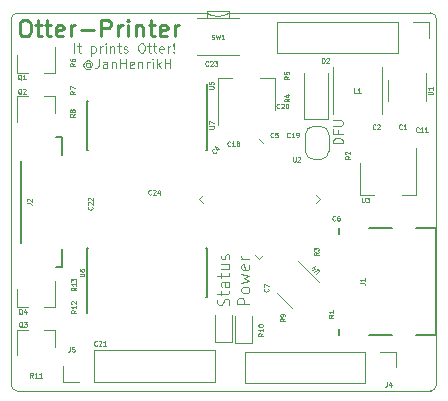
<source format=gto>
%TF.GenerationSoftware,KiCad,Pcbnew,(6.0.0-rc1-dev-1-g01c5bdfb8)*%
%TF.CreationDate,2019-02-27T15:48:14+01:00*%
%TF.ProjectId,printer-otter,7072696E7465722D6F747465722E6B69,rev?*%
%TF.SameCoordinates,Original*%
%TF.FileFunction,Legend,Top*%
%TF.FilePolarity,Positive*%
%FSLAX46Y46*%
G04 Gerber Fmt 4.6, Leading zero omitted, Abs format (unit mm)*
G04 Created by KiCad (PCBNEW (6.0.0-rc1-dev-1-g01c5bdfb8)) date Wed Feb 27 15:48:14 2019*
%MOMM*%
%LPD*%
G01*
G04 APERTURE LIST*
%ADD10C,0.100000*%
%ADD11C,0.250000*%
%ADD12C,0.150000*%
%ADD13C,0.120000*%
G04 APERTURE END LIST*
D10*
X128061904Y-111021428D02*
X127261904Y-111021428D01*
X127261904Y-110830952D01*
X127300000Y-110716666D01*
X127376190Y-110640476D01*
X127452380Y-110602380D01*
X127604761Y-110564285D01*
X127719047Y-110564285D01*
X127871428Y-110602380D01*
X127947619Y-110640476D01*
X128023809Y-110716666D01*
X128061904Y-110830952D01*
X128061904Y-111021428D01*
X127642857Y-109954761D02*
X127642857Y-110221428D01*
X128061904Y-110221428D02*
X127261904Y-110221428D01*
X127261904Y-109840476D01*
X127261904Y-109535714D02*
X127909523Y-109535714D01*
X127985714Y-109497619D01*
X128023809Y-109459523D01*
X128061904Y-109383333D01*
X128061904Y-109230952D01*
X128023809Y-109154761D01*
X127985714Y-109116666D01*
X127909523Y-109078571D01*
X127261904Y-109078571D01*
X106638095Y-104280952D02*
X106600000Y-104242857D01*
X106523809Y-104204761D01*
X106447619Y-104204761D01*
X106371428Y-104242857D01*
X106333333Y-104280952D01*
X106295238Y-104357142D01*
X106295238Y-104433333D01*
X106333333Y-104509523D01*
X106371428Y-104547619D01*
X106447619Y-104585714D01*
X106523809Y-104585714D01*
X106600000Y-104547619D01*
X106638095Y-104509523D01*
X106638095Y-104204761D02*
X106638095Y-104509523D01*
X106676190Y-104547619D01*
X106714285Y-104547619D01*
X106790476Y-104509523D01*
X106828571Y-104433333D01*
X106828571Y-104242857D01*
X106752380Y-104128571D01*
X106638095Y-104052380D01*
X106485714Y-104014285D01*
X106333333Y-104052380D01*
X106219047Y-104128571D01*
X106142857Y-104242857D01*
X106104761Y-104395238D01*
X106142857Y-104547619D01*
X106219047Y-104661904D01*
X106333333Y-104738095D01*
X106485714Y-104776190D01*
X106638095Y-104738095D01*
X106752380Y-104661904D01*
X107400000Y-103861904D02*
X107400000Y-104433333D01*
X107361904Y-104547619D01*
X107285714Y-104623809D01*
X107171428Y-104661904D01*
X107095238Y-104661904D01*
X108123809Y-104661904D02*
X108123809Y-104242857D01*
X108085714Y-104166666D01*
X108009523Y-104128571D01*
X107857142Y-104128571D01*
X107780952Y-104166666D01*
X108123809Y-104623809D02*
X108047619Y-104661904D01*
X107857142Y-104661904D01*
X107780952Y-104623809D01*
X107742857Y-104547619D01*
X107742857Y-104471428D01*
X107780952Y-104395238D01*
X107857142Y-104357142D01*
X108047619Y-104357142D01*
X108123809Y-104319047D01*
X108504761Y-104128571D02*
X108504761Y-104661904D01*
X108504761Y-104204761D02*
X108542857Y-104166666D01*
X108619047Y-104128571D01*
X108733333Y-104128571D01*
X108809523Y-104166666D01*
X108847619Y-104242857D01*
X108847619Y-104661904D01*
X109228571Y-104661904D02*
X109228571Y-103861904D01*
X109228571Y-104242857D02*
X109685714Y-104242857D01*
X109685714Y-104661904D02*
X109685714Y-103861904D01*
X110371428Y-104623809D02*
X110295238Y-104661904D01*
X110142857Y-104661904D01*
X110066666Y-104623809D01*
X110028571Y-104547619D01*
X110028571Y-104242857D01*
X110066666Y-104166666D01*
X110142857Y-104128571D01*
X110295238Y-104128571D01*
X110371428Y-104166666D01*
X110409523Y-104242857D01*
X110409523Y-104319047D01*
X110028571Y-104395238D01*
X110752380Y-104128571D02*
X110752380Y-104661904D01*
X110752380Y-104204761D02*
X110790476Y-104166666D01*
X110866666Y-104128571D01*
X110980952Y-104128571D01*
X111057142Y-104166666D01*
X111095238Y-104242857D01*
X111095238Y-104661904D01*
X111476190Y-104661904D02*
X111476190Y-104128571D01*
X111476190Y-104280952D02*
X111514285Y-104204761D01*
X111552380Y-104166666D01*
X111628571Y-104128571D01*
X111704761Y-104128571D01*
X111971428Y-104661904D02*
X111971428Y-104128571D01*
X111971428Y-103861904D02*
X111933333Y-103900000D01*
X111971428Y-103938095D01*
X112009523Y-103900000D01*
X111971428Y-103861904D01*
X111971428Y-103938095D01*
X112352380Y-104661904D02*
X112352380Y-103861904D01*
X112428571Y-104357142D02*
X112657142Y-104661904D01*
X112657142Y-104128571D02*
X112352380Y-104433333D01*
X113000000Y-104661904D02*
X113000000Y-103861904D01*
X113000000Y-104242857D02*
X113457142Y-104242857D01*
X113457142Y-104661904D02*
X113457142Y-103861904D01*
X105325476Y-103361904D02*
X105325476Y-102561904D01*
X105592142Y-102828571D02*
X105896904Y-102828571D01*
X105706428Y-102561904D02*
X105706428Y-103247619D01*
X105744523Y-103323809D01*
X105820714Y-103361904D01*
X105896904Y-103361904D01*
X106773095Y-102828571D02*
X106773095Y-103628571D01*
X106773095Y-102866666D02*
X106849285Y-102828571D01*
X107001666Y-102828571D01*
X107077857Y-102866666D01*
X107115952Y-102904761D01*
X107154047Y-102980952D01*
X107154047Y-103209523D01*
X107115952Y-103285714D01*
X107077857Y-103323809D01*
X107001666Y-103361904D01*
X106849285Y-103361904D01*
X106773095Y-103323809D01*
X107496904Y-103361904D02*
X107496904Y-102828571D01*
X107496904Y-102980952D02*
X107535000Y-102904761D01*
X107573095Y-102866666D01*
X107649285Y-102828571D01*
X107725476Y-102828571D01*
X107992142Y-103361904D02*
X107992142Y-102828571D01*
X107992142Y-102561904D02*
X107954047Y-102600000D01*
X107992142Y-102638095D01*
X108030238Y-102600000D01*
X107992142Y-102561904D01*
X107992142Y-102638095D01*
X108373095Y-102828571D02*
X108373095Y-103361904D01*
X108373095Y-102904761D02*
X108411190Y-102866666D01*
X108487380Y-102828571D01*
X108601666Y-102828571D01*
X108677857Y-102866666D01*
X108715952Y-102942857D01*
X108715952Y-103361904D01*
X108982619Y-102828571D02*
X109287380Y-102828571D01*
X109096904Y-102561904D02*
X109096904Y-103247619D01*
X109135000Y-103323809D01*
X109211190Y-103361904D01*
X109287380Y-103361904D01*
X109515952Y-103323809D02*
X109592142Y-103361904D01*
X109744523Y-103361904D01*
X109820714Y-103323809D01*
X109858809Y-103247619D01*
X109858809Y-103209523D01*
X109820714Y-103133333D01*
X109744523Y-103095238D01*
X109630238Y-103095238D01*
X109554047Y-103057142D01*
X109515952Y-102980952D01*
X109515952Y-102942857D01*
X109554047Y-102866666D01*
X109630238Y-102828571D01*
X109744523Y-102828571D01*
X109820714Y-102866666D01*
X110963571Y-102561904D02*
X111115952Y-102561904D01*
X111192142Y-102600000D01*
X111268333Y-102676190D01*
X111306428Y-102828571D01*
X111306428Y-103095238D01*
X111268333Y-103247619D01*
X111192142Y-103323809D01*
X111115952Y-103361904D01*
X110963571Y-103361904D01*
X110887380Y-103323809D01*
X110811190Y-103247619D01*
X110773095Y-103095238D01*
X110773095Y-102828571D01*
X110811190Y-102676190D01*
X110887380Y-102600000D01*
X110963571Y-102561904D01*
X111535000Y-102828571D02*
X111839761Y-102828571D01*
X111649285Y-102561904D02*
X111649285Y-103247619D01*
X111687380Y-103323809D01*
X111763571Y-103361904D01*
X111839761Y-103361904D01*
X111992142Y-102828571D02*
X112296904Y-102828571D01*
X112106428Y-102561904D02*
X112106428Y-103247619D01*
X112144523Y-103323809D01*
X112220714Y-103361904D01*
X112296904Y-103361904D01*
X112868333Y-103323809D02*
X112792142Y-103361904D01*
X112639761Y-103361904D01*
X112563571Y-103323809D01*
X112525476Y-103247619D01*
X112525476Y-102942857D01*
X112563571Y-102866666D01*
X112639761Y-102828571D01*
X112792142Y-102828571D01*
X112868333Y-102866666D01*
X112906428Y-102942857D01*
X112906428Y-103019047D01*
X112525476Y-103095238D01*
X113249285Y-103361904D02*
X113249285Y-102828571D01*
X113249285Y-102980952D02*
X113287380Y-102904761D01*
X113325476Y-102866666D01*
X113401666Y-102828571D01*
X113477857Y-102828571D01*
X113744523Y-103285714D02*
X113782619Y-103323809D01*
X113744523Y-103361904D01*
X113706428Y-103323809D01*
X113744523Y-103285714D01*
X113744523Y-103361904D01*
X113744523Y-103057142D02*
X113706428Y-102600000D01*
X113744523Y-102561904D01*
X113782619Y-102600000D01*
X113744523Y-103057142D01*
X113744523Y-102561904D01*
D11*
X101033333Y-100583333D02*
X101300000Y-100583333D01*
X101433333Y-100650000D01*
X101566666Y-100783333D01*
X101633333Y-101050000D01*
X101633333Y-101516666D01*
X101566666Y-101783333D01*
X101433333Y-101916666D01*
X101300000Y-101983333D01*
X101033333Y-101983333D01*
X100900000Y-101916666D01*
X100766666Y-101783333D01*
X100700000Y-101516666D01*
X100700000Y-101050000D01*
X100766666Y-100783333D01*
X100900000Y-100650000D01*
X101033333Y-100583333D01*
X102033333Y-101050000D02*
X102566666Y-101050000D01*
X102233333Y-100583333D02*
X102233333Y-101783333D01*
X102300000Y-101916666D01*
X102433333Y-101983333D01*
X102566666Y-101983333D01*
X102833333Y-101050000D02*
X103366666Y-101050000D01*
X103033333Y-100583333D02*
X103033333Y-101783333D01*
X103100000Y-101916666D01*
X103233333Y-101983333D01*
X103366666Y-101983333D01*
X104366666Y-101916666D02*
X104233333Y-101983333D01*
X103966666Y-101983333D01*
X103833333Y-101916666D01*
X103766666Y-101783333D01*
X103766666Y-101250000D01*
X103833333Y-101116666D01*
X103966666Y-101050000D01*
X104233333Y-101050000D01*
X104366666Y-101116666D01*
X104433333Y-101250000D01*
X104433333Y-101383333D01*
X103766666Y-101516666D01*
X105033333Y-101983333D02*
X105033333Y-101050000D01*
X105033333Y-101316666D02*
X105100000Y-101183333D01*
X105166666Y-101116666D01*
X105300000Y-101050000D01*
X105433333Y-101050000D01*
X105900000Y-101450000D02*
X106966666Y-101450000D01*
X107633333Y-101983333D02*
X107633333Y-100583333D01*
X108166666Y-100583333D01*
X108300000Y-100650000D01*
X108366666Y-100716666D01*
X108433333Y-100850000D01*
X108433333Y-101050000D01*
X108366666Y-101183333D01*
X108300000Y-101250000D01*
X108166666Y-101316666D01*
X107633333Y-101316666D01*
X109033333Y-101983333D02*
X109033333Y-101050000D01*
X109033333Y-101316666D02*
X109100000Y-101183333D01*
X109166666Y-101116666D01*
X109300000Y-101050000D01*
X109433333Y-101050000D01*
X109900000Y-101983333D02*
X109900000Y-101050000D01*
X109900000Y-100583333D02*
X109833333Y-100650000D01*
X109900000Y-100716666D01*
X109966666Y-100650000D01*
X109900000Y-100583333D01*
X109900000Y-100716666D01*
X110566666Y-101050000D02*
X110566666Y-101983333D01*
X110566666Y-101183333D02*
X110633333Y-101116666D01*
X110766666Y-101050000D01*
X110966666Y-101050000D01*
X111100000Y-101116666D01*
X111166666Y-101250000D01*
X111166666Y-101983333D01*
X111633333Y-101050000D02*
X112166666Y-101050000D01*
X111833333Y-100583333D02*
X111833333Y-101783333D01*
X111900000Y-101916666D01*
X112033333Y-101983333D01*
X112166666Y-101983333D01*
X113166666Y-101916666D02*
X113033333Y-101983333D01*
X112766666Y-101983333D01*
X112633333Y-101916666D01*
X112566666Y-101783333D01*
X112566666Y-101250000D01*
X112633333Y-101116666D01*
X112766666Y-101050000D01*
X113033333Y-101050000D01*
X113166666Y-101116666D01*
X113233333Y-101250000D01*
X113233333Y-101383333D01*
X112566666Y-101516666D01*
X113833333Y-101983333D02*
X113833333Y-101050000D01*
X113833333Y-101316666D02*
X113900000Y-101183333D01*
X113966666Y-101116666D01*
X114100000Y-101050000D01*
X114233333Y-101050000D01*
D10*
X120152380Y-124676190D02*
X119152380Y-124676190D01*
X119152380Y-124295238D01*
X119200000Y-124200000D01*
X119247619Y-124152380D01*
X119342857Y-124104761D01*
X119485714Y-124104761D01*
X119580952Y-124152380D01*
X119628571Y-124200000D01*
X119676190Y-124295238D01*
X119676190Y-124676190D01*
X120152380Y-123533333D02*
X120104761Y-123628571D01*
X120057142Y-123676190D01*
X119961904Y-123723809D01*
X119676190Y-123723809D01*
X119580952Y-123676190D01*
X119533333Y-123628571D01*
X119485714Y-123533333D01*
X119485714Y-123390476D01*
X119533333Y-123295238D01*
X119580952Y-123247619D01*
X119676190Y-123200000D01*
X119961904Y-123200000D01*
X120057142Y-123247619D01*
X120104761Y-123295238D01*
X120152380Y-123390476D01*
X120152380Y-123533333D01*
X119485714Y-122866666D02*
X120152380Y-122676190D01*
X119676190Y-122485714D01*
X120152380Y-122295238D01*
X119485714Y-122104761D01*
X120104761Y-121342857D02*
X120152380Y-121438095D01*
X120152380Y-121628571D01*
X120104761Y-121723809D01*
X120009523Y-121771428D01*
X119628571Y-121771428D01*
X119533333Y-121723809D01*
X119485714Y-121628571D01*
X119485714Y-121438095D01*
X119533333Y-121342857D01*
X119628571Y-121295238D01*
X119723809Y-121295238D01*
X119819047Y-121771428D01*
X120152380Y-120866666D02*
X119485714Y-120866666D01*
X119676190Y-120866666D02*
X119580952Y-120819047D01*
X119533333Y-120771428D01*
X119485714Y-120676190D01*
X119485714Y-120580952D01*
X118404761Y-124766666D02*
X118452380Y-124623809D01*
X118452380Y-124385714D01*
X118404761Y-124290476D01*
X118357142Y-124242857D01*
X118261904Y-124195238D01*
X118166666Y-124195238D01*
X118071428Y-124242857D01*
X118023809Y-124290476D01*
X117976190Y-124385714D01*
X117928571Y-124576190D01*
X117880952Y-124671428D01*
X117833333Y-124719047D01*
X117738095Y-124766666D01*
X117642857Y-124766666D01*
X117547619Y-124719047D01*
X117500000Y-124671428D01*
X117452380Y-124576190D01*
X117452380Y-124338095D01*
X117500000Y-124195238D01*
X117785714Y-123909523D02*
X117785714Y-123528571D01*
X117452380Y-123766666D02*
X118309523Y-123766666D01*
X118404761Y-123719047D01*
X118452380Y-123623809D01*
X118452380Y-123528571D01*
X118452380Y-122766666D02*
X117928571Y-122766666D01*
X117833333Y-122814285D01*
X117785714Y-122909523D01*
X117785714Y-123100000D01*
X117833333Y-123195238D01*
X118404761Y-122766666D02*
X118452380Y-122861904D01*
X118452380Y-123100000D01*
X118404761Y-123195238D01*
X118309523Y-123242857D01*
X118214285Y-123242857D01*
X118119047Y-123195238D01*
X118071428Y-123100000D01*
X118071428Y-122861904D01*
X118023809Y-122766666D01*
X117785714Y-122433333D02*
X117785714Y-122052380D01*
X117452380Y-122290476D02*
X118309523Y-122290476D01*
X118404761Y-122242857D01*
X118452380Y-122147619D01*
X118452380Y-122052380D01*
X117785714Y-121290476D02*
X118452380Y-121290476D01*
X117785714Y-121719047D02*
X118309523Y-121719047D01*
X118404761Y-121671428D01*
X118452380Y-121576190D01*
X118452380Y-121433333D01*
X118404761Y-121338095D01*
X118357142Y-121290476D01*
X118404761Y-120861904D02*
X118452380Y-120766666D01*
X118452380Y-120576190D01*
X118404761Y-120480952D01*
X118309523Y-120433333D01*
X118261904Y-120433333D01*
X118166666Y-120480952D01*
X118119047Y-120576190D01*
X118119047Y-120719047D01*
X118071428Y-120814285D01*
X117976190Y-120861904D01*
X117928571Y-120861904D01*
X117833333Y-120814285D01*
X117785714Y-120719047D01*
X117785714Y-120576190D01*
X117833333Y-120480952D01*
X100000000Y-100500000D02*
G75*
G02X100500000Y-100000000I500000J0D01*
G01*
X100500000Y-132000000D02*
G75*
G02X100000000Y-131500000I0J500000D01*
G01*
X136000000Y-131500000D02*
G75*
G02X135500000Y-132000000I-500000J0D01*
G01*
X135500000Y-100000000D02*
G75*
G02X136000000Y-100500000I0J-500000D01*
G01*
X135500000Y-100000000D02*
X118500000Y-100000000D01*
X136000000Y-131500000D02*
X136000000Y-100500000D01*
X100500000Y-132000000D02*
X135500000Y-132000000D01*
X100000000Y-100500000D02*
X100000000Y-131500000D01*
X104500000Y-100000000D02*
X100500000Y-100000000D01*
X107000000Y-100000000D02*
X104500000Y-100000000D01*
X110000000Y-100000000D02*
X112500000Y-100000000D01*
X113000000Y-100000000D02*
X112500000Y-100000000D01*
X116500000Y-100000000D02*
X116000000Y-100000000D01*
X110000000Y-100000000D02*
X107000000Y-100000000D01*
X116000000Y-100000000D02*
X113000000Y-100000000D01*
X118499999Y-99999999D02*
G75*
G02X116500000Y-100000000I-1000000J1499998D01*
G01*
D12*
X106450000Y-124075000D02*
X106450000Y-125450000D01*
X116575000Y-124075000D02*
X116575000Y-119925000D01*
X106425000Y-124075000D02*
X106425000Y-119925000D01*
X116575000Y-124075000D02*
X116470000Y-124075000D01*
X116575000Y-119925000D02*
X116470000Y-119925000D01*
X106425000Y-119925000D02*
X106530000Y-119925000D01*
X106425000Y-124075000D02*
X106450000Y-124075000D01*
X116575000Y-107425000D02*
X116550000Y-107425000D01*
X116575000Y-111575000D02*
X116470000Y-111575000D01*
X106425000Y-111575000D02*
X106530000Y-111575000D01*
X106425000Y-107425000D02*
X106530000Y-107425000D01*
X116575000Y-107425000D02*
X116575000Y-111575000D01*
X106425000Y-107425000D02*
X106425000Y-111575000D01*
X116550000Y-107425000D02*
X116550000Y-106050000D01*
D13*
X100520000Y-105060000D02*
X100520000Y-103600000D01*
X103680000Y-105060000D02*
X103680000Y-102900000D01*
X103680000Y-105060000D02*
X102750000Y-105060000D01*
X100520000Y-105060000D02*
X101450000Y-105060000D01*
X124800000Y-108950000D02*
X124800000Y-105050000D01*
X126800000Y-108950000D02*
X126800000Y-105050000D01*
X124800000Y-108950000D02*
X126800000Y-108950000D01*
D12*
X127750000Y-118750000D02*
X127750000Y-118250000D01*
X127750000Y-127250000D02*
X127750000Y-126750000D01*
X130250000Y-127250000D02*
X132250000Y-127250000D01*
X132250000Y-118250000D02*
X130250000Y-118250000D01*
X134250000Y-118250000D02*
X135945000Y-118250000D01*
X135945000Y-127250000D02*
X134250000Y-127250000D01*
X135945000Y-118250000D02*
X135945000Y-127250000D01*
D13*
X135330000Y-100770000D02*
X135330000Y-102100000D01*
X134000000Y-100770000D02*
X135330000Y-100770000D01*
X132730000Y-100770000D02*
X132730000Y-103430000D01*
X132730000Y-103430000D02*
X122510000Y-103430000D01*
X132730000Y-100770000D02*
X122510000Y-100770000D01*
X122510000Y-100770000D02*
X122510000Y-103430000D01*
X132580000Y-128670000D02*
X132580000Y-130000000D01*
X131250000Y-128670000D02*
X132580000Y-128670000D01*
X129980000Y-128670000D02*
X129980000Y-131330000D01*
X129980000Y-131330000D02*
X119760000Y-131330000D01*
X129980000Y-128670000D02*
X119760000Y-128670000D01*
X119760000Y-128670000D02*
X119760000Y-131330000D01*
X104420000Y-131230000D02*
X104420000Y-129900000D01*
X105750000Y-131230000D02*
X104420000Y-131230000D01*
X107020000Y-131230000D02*
X107020000Y-128570000D01*
X107020000Y-128570000D02*
X117240000Y-128570000D01*
X107020000Y-131230000D02*
X117240000Y-131230000D01*
X117240000Y-131230000D02*
X117240000Y-128570000D01*
X115750000Y-100450000D02*
X119250000Y-100450000D01*
X119250000Y-103550000D02*
X115750000Y-103550000D01*
X118450000Y-99800000D02*
X118450000Y-100450000D01*
X116550000Y-99800000D02*
X118450000Y-99800000D01*
X116550000Y-100450000D02*
X116550000Y-99800000D01*
X131400000Y-108600000D02*
X131400000Y-104600000D01*
X127200000Y-108600000D02*
X127200000Y-104600000D01*
X126900000Y-110300000D02*
X126900000Y-111700000D01*
X126200000Y-112400000D02*
X125600000Y-112400000D01*
X124900000Y-111700000D02*
X124900000Y-110300000D01*
X125600000Y-109600000D02*
X126200000Y-109600000D01*
X126200000Y-109600000D02*
G75*
G02X126900000Y-110300000I0J-700000D01*
G01*
X124900000Y-110300000D02*
G75*
G02X125600000Y-109600000I700000J0D01*
G01*
X125600000Y-112400000D02*
G75*
G02X124900000Y-111700000I0J700000D01*
G01*
X126900000Y-111700000D02*
G75*
G02X126200000Y-112400000I-700000J0D01*
G01*
X120419465Y-127907756D02*
X120419465Y-125622756D01*
X118949465Y-127907756D02*
X120419465Y-127907756D01*
X118949465Y-125622756D02*
X118949465Y-127907756D01*
X118719463Y-127895257D02*
X118719463Y-125610257D01*
X117249463Y-127895257D02*
X118719463Y-127895257D01*
X117249463Y-125610257D02*
X117249463Y-127895257D01*
X121335876Y-110980565D02*
X121000000Y-110644689D01*
X121000000Y-120855311D02*
X121335876Y-120519435D01*
X120664124Y-120519435D02*
X121000000Y-120855311D01*
X115894689Y-115750000D02*
X116230565Y-115414124D01*
X116230565Y-116085876D02*
X115894689Y-115750000D01*
X126105311Y-115750000D02*
X125769435Y-116085876D01*
X125769435Y-115414124D02*
X126105311Y-115750000D01*
X103680000Y-107040000D02*
X103680000Y-108500000D01*
X100520000Y-107040000D02*
X100520000Y-109200000D01*
X100520000Y-107040000D02*
X101450000Y-107040000D01*
X103680000Y-107040000D02*
X102750000Y-107040000D01*
X103680000Y-126840000D02*
X103680000Y-128300000D01*
X100520000Y-126840000D02*
X100520000Y-129000000D01*
X100520000Y-126840000D02*
X101450000Y-126840000D01*
X103680000Y-126840000D02*
X102750000Y-126840000D01*
X100520000Y-124860000D02*
X100520000Y-123400000D01*
X103680000Y-124860000D02*
X103680000Y-122700000D01*
X103680000Y-124860000D02*
X102750000Y-124860000D01*
X100520000Y-124860000D02*
X101450000Y-124860000D01*
X135110000Y-107500000D02*
X135110000Y-105050000D01*
X131890000Y-105700000D02*
X131890000Y-107500000D01*
X126024838Y-122747954D02*
X124292426Y-121015543D01*
X122475162Y-123752046D02*
X123747954Y-125024838D01*
X134300000Y-115430000D02*
X133100000Y-115430000D01*
X134300000Y-111430000D02*
X134300000Y-115430000D01*
X129500000Y-115430000D02*
X129500000Y-112730000D01*
X130700000Y-115430000D02*
X129500000Y-115430000D01*
X117500000Y-105486500D02*
X118700000Y-105486500D01*
X117500000Y-109486500D02*
X117500000Y-105486500D01*
X122300000Y-105486500D02*
X122300000Y-108186500D01*
X121100000Y-105486500D02*
X122300000Y-105486500D01*
D12*
X104300000Y-120000000D02*
X104300000Y-121500000D01*
X104300000Y-121500000D02*
X103800000Y-121500000D01*
X104300000Y-112000000D02*
X104300000Y-110500000D01*
X104300000Y-110500000D02*
X103800000Y-110500000D01*
X100800000Y-112500000D02*
X100800000Y-119500000D01*
D10*
X105780952Y-122304761D02*
X106104761Y-122304761D01*
X106142857Y-122285714D01*
X106161904Y-122266666D01*
X106180952Y-122228571D01*
X106180952Y-122152380D01*
X106161904Y-122114285D01*
X106142857Y-122095238D01*
X106104761Y-122076190D01*
X105780952Y-122076190D01*
X105780952Y-121714285D02*
X105780952Y-121790476D01*
X105800000Y-121828571D01*
X105819047Y-121847619D01*
X105876190Y-121885714D01*
X105952380Y-121904761D01*
X106104761Y-121904761D01*
X106142857Y-121885714D01*
X106161904Y-121866666D01*
X106180952Y-121828571D01*
X106180952Y-121752380D01*
X106161904Y-121714285D01*
X106142857Y-121695238D01*
X106104761Y-121676190D01*
X106009523Y-121676190D01*
X105971428Y-121695238D01*
X105952380Y-121714285D01*
X105933333Y-121752380D01*
X105933333Y-121828571D01*
X105952380Y-121866666D01*
X105971428Y-121885714D01*
X106009523Y-121904761D01*
X116780952Y-109804761D02*
X117104761Y-109804761D01*
X117142857Y-109785714D01*
X117161904Y-109766666D01*
X117180952Y-109728571D01*
X117180952Y-109652380D01*
X117161904Y-109614285D01*
X117142857Y-109595238D01*
X117104761Y-109576190D01*
X116780952Y-109576190D01*
X116780952Y-109423809D02*
X116780952Y-109157142D01*
X117180952Y-109328571D01*
X100861904Y-105669047D02*
X100823809Y-105650000D01*
X100785714Y-105611904D01*
X100728571Y-105554761D01*
X100690476Y-105535714D01*
X100652380Y-105535714D01*
X100671428Y-105630952D02*
X100633333Y-105611904D01*
X100595238Y-105573809D01*
X100576190Y-105497619D01*
X100576190Y-105364285D01*
X100595238Y-105288095D01*
X100633333Y-105250000D01*
X100671428Y-105230952D01*
X100747619Y-105230952D01*
X100785714Y-105250000D01*
X100823809Y-105288095D01*
X100842857Y-105364285D01*
X100842857Y-105497619D01*
X100823809Y-105573809D01*
X100785714Y-105611904D01*
X100747619Y-105630952D01*
X100671428Y-105630952D01*
X101223809Y-105630952D02*
X100995238Y-105630952D01*
X101109523Y-105630952D02*
X101109523Y-105230952D01*
X101071428Y-105288095D01*
X101033333Y-105326190D01*
X100995238Y-105345238D01*
X126304761Y-104230952D02*
X126304761Y-103830952D01*
X126400000Y-103830952D01*
X126457142Y-103850000D01*
X126495238Y-103888095D01*
X126514285Y-103926190D01*
X126533333Y-104002380D01*
X126533333Y-104059523D01*
X126514285Y-104135714D01*
X126495238Y-104173809D01*
X126457142Y-104211904D01*
X126400000Y-104230952D01*
X126304761Y-104230952D01*
X126685714Y-103869047D02*
X126704761Y-103850000D01*
X126742857Y-103830952D01*
X126838095Y-103830952D01*
X126876190Y-103850000D01*
X126895238Y-103869047D01*
X126914285Y-103907142D01*
X126914285Y-103945238D01*
X126895238Y-104002380D01*
X126666666Y-104230952D01*
X126914285Y-104230952D01*
X129530952Y-122883333D02*
X129816666Y-122883333D01*
X129873809Y-122902380D01*
X129911904Y-122940476D01*
X129930952Y-122997619D01*
X129930952Y-123035714D01*
X129930952Y-122483333D02*
X129930952Y-122711904D01*
X129930952Y-122597619D02*
X129530952Y-122597619D01*
X129588095Y-122635714D01*
X129626190Y-122673809D01*
X129645238Y-122711904D01*
X131816666Y-131230952D02*
X131816666Y-131516666D01*
X131797619Y-131573809D01*
X131759523Y-131611904D01*
X131702380Y-131630952D01*
X131664285Y-131630952D01*
X132178571Y-131364285D02*
X132178571Y-131630952D01*
X132083333Y-131211904D02*
X131988095Y-131497619D01*
X132235714Y-131497619D01*
X104966666Y-128280952D02*
X104966666Y-128566666D01*
X104947619Y-128623809D01*
X104909523Y-128661904D01*
X104852380Y-128680952D01*
X104814285Y-128680952D01*
X105347619Y-128280952D02*
X105157142Y-128280952D01*
X105138095Y-128471428D01*
X105157142Y-128452380D01*
X105195238Y-128433333D01*
X105290476Y-128433333D01*
X105328571Y-128452380D01*
X105347619Y-128471428D01*
X105366666Y-128509523D01*
X105366666Y-128604761D01*
X105347619Y-128642857D01*
X105328571Y-128661904D01*
X105290476Y-128680952D01*
X105195238Y-128680952D01*
X105157142Y-128661904D01*
X105138095Y-128642857D01*
X116966666Y-102211904D02*
X117023809Y-102230952D01*
X117119047Y-102230952D01*
X117157142Y-102211904D01*
X117176190Y-102192857D01*
X117195238Y-102154761D01*
X117195238Y-102116666D01*
X117176190Y-102078571D01*
X117157142Y-102059523D01*
X117119047Y-102040476D01*
X117042857Y-102021428D01*
X117004761Y-102002380D01*
X116985714Y-101983333D01*
X116966666Y-101945238D01*
X116966666Y-101907142D01*
X116985714Y-101869047D01*
X117004761Y-101850000D01*
X117042857Y-101830952D01*
X117138095Y-101830952D01*
X117195238Y-101850000D01*
X117328571Y-101830952D02*
X117423809Y-102230952D01*
X117500000Y-101945238D01*
X117576190Y-102230952D01*
X117671428Y-101830952D01*
X118033333Y-102230952D02*
X117804761Y-102230952D01*
X117919047Y-102230952D02*
X117919047Y-101830952D01*
X117880952Y-101888095D01*
X117842857Y-101926190D01*
X117804761Y-101945238D01*
X130833333Y-109792857D02*
X130814285Y-109811904D01*
X130757142Y-109830952D01*
X130719047Y-109830952D01*
X130661904Y-109811904D01*
X130623809Y-109773809D01*
X130604761Y-109735714D01*
X130585714Y-109659523D01*
X130585714Y-109602380D01*
X130604761Y-109526190D01*
X130623809Y-109488095D01*
X130661904Y-109450000D01*
X130719047Y-109430952D01*
X130757142Y-109430952D01*
X130814285Y-109450000D01*
X130833333Y-109469047D01*
X130985714Y-109469047D02*
X131004761Y-109450000D01*
X131042857Y-109430952D01*
X131138095Y-109430952D01*
X131176190Y-109450000D01*
X131195238Y-109469047D01*
X131214285Y-109507142D01*
X131214285Y-109545238D01*
X131195238Y-109602380D01*
X130966666Y-109830952D01*
X131214285Y-109830952D01*
X133068333Y-109792857D02*
X133049285Y-109811904D01*
X132992142Y-109830952D01*
X132954047Y-109830952D01*
X132896904Y-109811904D01*
X132858809Y-109773809D01*
X132839761Y-109735714D01*
X132820714Y-109659523D01*
X132820714Y-109602380D01*
X132839761Y-109526190D01*
X132858809Y-109488095D01*
X132896904Y-109450000D01*
X132954047Y-109430952D01*
X132992142Y-109430952D01*
X133049285Y-109450000D01*
X133068333Y-109469047D01*
X133449285Y-109830952D02*
X133220714Y-109830952D01*
X133335000Y-109830952D02*
X133335000Y-109430952D01*
X133296904Y-109488095D01*
X133258809Y-109526190D01*
X133220714Y-109545238D01*
X117353874Y-111748156D02*
X117353874Y-111775094D01*
X117326937Y-111828968D01*
X117300000Y-111855906D01*
X117246125Y-111882843D01*
X117192250Y-111882843D01*
X117151844Y-111869375D01*
X117084500Y-111828968D01*
X117044094Y-111788562D01*
X117003688Y-111721219D01*
X116990219Y-111680813D01*
X116990219Y-111626938D01*
X117017157Y-111573063D01*
X117044094Y-111546126D01*
X117097969Y-111519188D01*
X117124906Y-111519188D01*
X117434687Y-111344095D02*
X117623248Y-111532657D01*
X117259593Y-111303689D02*
X117394280Y-111573063D01*
X117569374Y-111397970D01*
X122183333Y-110492857D02*
X122164285Y-110511904D01*
X122107142Y-110530952D01*
X122069047Y-110530952D01*
X122011904Y-110511904D01*
X121973809Y-110473809D01*
X121954761Y-110435714D01*
X121935714Y-110359523D01*
X121935714Y-110302380D01*
X121954761Y-110226190D01*
X121973809Y-110188095D01*
X122011904Y-110150000D01*
X122069047Y-110130952D01*
X122107142Y-110130952D01*
X122164285Y-110150000D01*
X122183333Y-110169047D01*
X122545238Y-110130952D02*
X122354761Y-110130952D01*
X122335714Y-110321428D01*
X122354761Y-110302380D01*
X122392857Y-110283333D01*
X122488095Y-110283333D01*
X122526190Y-110302380D01*
X122545238Y-110321428D01*
X122564285Y-110359523D01*
X122564285Y-110454761D01*
X122545238Y-110492857D01*
X122526190Y-110511904D01*
X122488095Y-110530952D01*
X122392857Y-110530952D01*
X122354761Y-110511904D01*
X122335714Y-110492857D01*
X127433333Y-117542857D02*
X127414285Y-117561904D01*
X127357142Y-117580952D01*
X127319047Y-117580952D01*
X127261904Y-117561904D01*
X127223809Y-117523809D01*
X127204761Y-117485714D01*
X127185714Y-117409523D01*
X127185714Y-117352380D01*
X127204761Y-117276190D01*
X127223809Y-117238095D01*
X127261904Y-117200000D01*
X127319047Y-117180952D01*
X127357142Y-117180952D01*
X127414285Y-117200000D01*
X127433333Y-117219047D01*
X127776190Y-117180952D02*
X127700000Y-117180952D01*
X127661904Y-117200000D01*
X127642857Y-117219047D01*
X127604761Y-117276190D01*
X127585714Y-117352380D01*
X127585714Y-117504761D01*
X127604761Y-117542857D01*
X127623809Y-117561904D01*
X127661904Y-117580952D01*
X127738095Y-117580952D01*
X127776190Y-117561904D01*
X127795238Y-117542857D01*
X127814285Y-117504761D01*
X127814285Y-117409523D01*
X127795238Y-117371428D01*
X127776190Y-117352380D01*
X127738095Y-117333333D01*
X127661904Y-117333333D01*
X127623809Y-117352380D01*
X127604761Y-117371428D01*
X127585714Y-117409523D01*
X121742857Y-123351666D02*
X121761904Y-123370714D01*
X121780952Y-123427857D01*
X121780952Y-123465952D01*
X121761904Y-123523095D01*
X121723809Y-123561190D01*
X121685714Y-123580238D01*
X121609523Y-123599285D01*
X121552380Y-123599285D01*
X121476190Y-123580238D01*
X121438095Y-123561190D01*
X121400000Y-123523095D01*
X121380952Y-123465952D01*
X121380952Y-123427857D01*
X121400000Y-123370714D01*
X121419047Y-123351666D01*
X121380952Y-123218333D02*
X121380952Y-122951666D01*
X121780952Y-123123095D01*
X134492857Y-110042857D02*
X134473809Y-110061904D01*
X134416666Y-110080952D01*
X134378571Y-110080952D01*
X134321428Y-110061904D01*
X134283333Y-110023809D01*
X134264285Y-109985714D01*
X134245238Y-109909523D01*
X134245238Y-109852380D01*
X134264285Y-109776190D01*
X134283333Y-109738095D01*
X134321428Y-109700000D01*
X134378571Y-109680952D01*
X134416666Y-109680952D01*
X134473809Y-109700000D01*
X134492857Y-109719047D01*
X134873809Y-110080952D02*
X134645238Y-110080952D01*
X134759523Y-110080952D02*
X134759523Y-109680952D01*
X134721428Y-109738095D01*
X134683333Y-109776190D01*
X134645238Y-109795238D01*
X135254761Y-110080952D02*
X135026190Y-110080952D01*
X135140476Y-110080952D02*
X135140476Y-109680952D01*
X135102380Y-109738095D01*
X135064285Y-109776190D01*
X135026190Y-109795238D01*
X118542857Y-111242857D02*
X118523809Y-111261904D01*
X118466666Y-111280952D01*
X118428571Y-111280952D01*
X118371428Y-111261904D01*
X118333333Y-111223809D01*
X118314285Y-111185714D01*
X118295238Y-111109523D01*
X118295238Y-111052380D01*
X118314285Y-110976190D01*
X118333333Y-110938095D01*
X118371428Y-110900000D01*
X118428571Y-110880952D01*
X118466666Y-110880952D01*
X118523809Y-110900000D01*
X118542857Y-110919047D01*
X118923809Y-111280952D02*
X118695238Y-111280952D01*
X118809523Y-111280952D02*
X118809523Y-110880952D01*
X118771428Y-110938095D01*
X118733333Y-110976190D01*
X118695238Y-110995238D01*
X119152380Y-111052380D02*
X119114285Y-111033333D01*
X119095238Y-111014285D01*
X119076190Y-110976190D01*
X119076190Y-110957142D01*
X119095238Y-110919047D01*
X119114285Y-110900000D01*
X119152380Y-110880952D01*
X119228571Y-110880952D01*
X119266666Y-110900000D01*
X119285714Y-110919047D01*
X119304761Y-110957142D01*
X119304761Y-110976190D01*
X119285714Y-111014285D01*
X119266666Y-111033333D01*
X119228571Y-111052380D01*
X119152380Y-111052380D01*
X119114285Y-111071428D01*
X119095238Y-111090476D01*
X119076190Y-111128571D01*
X119076190Y-111204761D01*
X119095238Y-111242857D01*
X119114285Y-111261904D01*
X119152380Y-111280952D01*
X119228571Y-111280952D01*
X119266666Y-111261904D01*
X119285714Y-111242857D01*
X119304761Y-111204761D01*
X119304761Y-111128571D01*
X119285714Y-111090476D01*
X119266666Y-111071428D01*
X119228571Y-111052380D01*
X123592857Y-110492857D02*
X123573809Y-110511904D01*
X123516666Y-110530952D01*
X123478571Y-110530952D01*
X123421428Y-110511904D01*
X123383333Y-110473809D01*
X123364285Y-110435714D01*
X123345238Y-110359523D01*
X123345238Y-110302380D01*
X123364285Y-110226190D01*
X123383333Y-110188095D01*
X123421428Y-110150000D01*
X123478571Y-110130952D01*
X123516666Y-110130952D01*
X123573809Y-110150000D01*
X123592857Y-110169047D01*
X123973809Y-110530952D02*
X123745238Y-110530952D01*
X123859523Y-110530952D02*
X123859523Y-110130952D01*
X123821428Y-110188095D01*
X123783333Y-110226190D01*
X123745238Y-110245238D01*
X124164285Y-110530952D02*
X124240476Y-110530952D01*
X124278571Y-110511904D01*
X124297619Y-110492857D01*
X124335714Y-110435714D01*
X124354761Y-110359523D01*
X124354761Y-110207142D01*
X124335714Y-110169047D01*
X124316666Y-110150000D01*
X124278571Y-110130952D01*
X124202380Y-110130952D01*
X124164285Y-110150000D01*
X124145238Y-110169047D01*
X124126190Y-110207142D01*
X124126190Y-110302380D01*
X124145238Y-110340476D01*
X124164285Y-110359523D01*
X124202380Y-110378571D01*
X124278571Y-110378571D01*
X124316666Y-110359523D01*
X124335714Y-110340476D01*
X124354761Y-110302380D01*
X122692857Y-108042857D02*
X122673809Y-108061904D01*
X122616666Y-108080952D01*
X122578571Y-108080952D01*
X122521428Y-108061904D01*
X122483333Y-108023809D01*
X122464285Y-107985714D01*
X122445238Y-107909523D01*
X122445238Y-107852380D01*
X122464285Y-107776190D01*
X122483333Y-107738095D01*
X122521428Y-107700000D01*
X122578571Y-107680952D01*
X122616666Y-107680952D01*
X122673809Y-107700000D01*
X122692857Y-107719047D01*
X122845238Y-107719047D02*
X122864285Y-107700000D01*
X122902380Y-107680952D01*
X122997619Y-107680952D01*
X123035714Y-107700000D01*
X123054761Y-107719047D01*
X123073809Y-107757142D01*
X123073809Y-107795238D01*
X123054761Y-107852380D01*
X122826190Y-108080952D01*
X123073809Y-108080952D01*
X123321428Y-107680952D02*
X123359523Y-107680952D01*
X123397619Y-107700000D01*
X123416666Y-107719047D01*
X123435714Y-107757142D01*
X123454761Y-107833333D01*
X123454761Y-107928571D01*
X123435714Y-108004761D01*
X123416666Y-108042857D01*
X123397619Y-108061904D01*
X123359523Y-108080952D01*
X123321428Y-108080952D01*
X123283333Y-108061904D01*
X123264285Y-108042857D01*
X123245238Y-108004761D01*
X123226190Y-107928571D01*
X123226190Y-107833333D01*
X123245238Y-107757142D01*
X123264285Y-107719047D01*
X123283333Y-107700000D01*
X123321428Y-107680952D01*
X107257857Y-128142857D02*
X107238809Y-128161904D01*
X107181666Y-128180952D01*
X107143571Y-128180952D01*
X107086428Y-128161904D01*
X107048333Y-128123809D01*
X107029285Y-128085714D01*
X107010238Y-128009523D01*
X107010238Y-127952380D01*
X107029285Y-127876190D01*
X107048333Y-127838095D01*
X107086428Y-127800000D01*
X107143571Y-127780952D01*
X107181666Y-127780952D01*
X107238809Y-127800000D01*
X107257857Y-127819047D01*
X107410238Y-127819047D02*
X107429285Y-127800000D01*
X107467380Y-127780952D01*
X107562619Y-127780952D01*
X107600714Y-127800000D01*
X107619761Y-127819047D01*
X107638809Y-127857142D01*
X107638809Y-127895238D01*
X107619761Y-127952380D01*
X107391190Y-128180952D01*
X107638809Y-128180952D01*
X108019761Y-128180952D02*
X107791190Y-128180952D01*
X107905476Y-128180952D02*
X107905476Y-127780952D01*
X107867380Y-127838095D01*
X107829285Y-127876190D01*
X107791190Y-127895238D01*
X106842857Y-116407142D02*
X106861904Y-116426190D01*
X106880952Y-116483333D01*
X106880952Y-116521428D01*
X106861904Y-116578571D01*
X106823809Y-116616666D01*
X106785714Y-116635714D01*
X106709523Y-116654761D01*
X106652380Y-116654761D01*
X106576190Y-116635714D01*
X106538095Y-116616666D01*
X106500000Y-116578571D01*
X106480952Y-116521428D01*
X106480952Y-116483333D01*
X106500000Y-116426190D01*
X106519047Y-116407142D01*
X106519047Y-116254761D02*
X106500000Y-116235714D01*
X106480952Y-116197619D01*
X106480952Y-116102380D01*
X106500000Y-116064285D01*
X106519047Y-116045238D01*
X106557142Y-116026190D01*
X106595238Y-116026190D01*
X106652380Y-116045238D01*
X106880952Y-116273809D01*
X106880952Y-116026190D01*
X106519047Y-115873809D02*
X106500000Y-115854761D01*
X106480952Y-115816666D01*
X106480952Y-115721428D01*
X106500000Y-115683333D01*
X106519047Y-115664285D01*
X106557142Y-115645238D01*
X106595238Y-115645238D01*
X106652380Y-115664285D01*
X106880952Y-115892857D01*
X106880952Y-115645238D01*
X116692857Y-104442857D02*
X116673809Y-104461904D01*
X116616666Y-104480952D01*
X116578571Y-104480952D01*
X116521428Y-104461904D01*
X116483333Y-104423809D01*
X116464285Y-104385714D01*
X116445238Y-104309523D01*
X116445238Y-104252380D01*
X116464285Y-104176190D01*
X116483333Y-104138095D01*
X116521428Y-104100000D01*
X116578571Y-104080952D01*
X116616666Y-104080952D01*
X116673809Y-104100000D01*
X116692857Y-104119047D01*
X116845238Y-104119047D02*
X116864285Y-104100000D01*
X116902380Y-104080952D01*
X116997619Y-104080952D01*
X117035714Y-104100000D01*
X117054761Y-104119047D01*
X117073809Y-104157142D01*
X117073809Y-104195238D01*
X117054761Y-104252380D01*
X116826190Y-104480952D01*
X117073809Y-104480952D01*
X117207142Y-104080952D02*
X117454761Y-104080952D01*
X117321428Y-104233333D01*
X117378571Y-104233333D01*
X117416666Y-104252380D01*
X117435714Y-104271428D01*
X117454761Y-104309523D01*
X117454761Y-104404761D01*
X117435714Y-104442857D01*
X117416666Y-104461904D01*
X117378571Y-104480952D01*
X117264285Y-104480952D01*
X117226190Y-104461904D01*
X117207142Y-104442857D01*
X111842857Y-115342857D02*
X111823809Y-115361904D01*
X111766666Y-115380952D01*
X111728571Y-115380952D01*
X111671428Y-115361904D01*
X111633333Y-115323809D01*
X111614285Y-115285714D01*
X111595238Y-115209523D01*
X111595238Y-115152380D01*
X111614285Y-115076190D01*
X111633333Y-115038095D01*
X111671428Y-115000000D01*
X111728571Y-114980952D01*
X111766666Y-114980952D01*
X111823809Y-115000000D01*
X111842857Y-115019047D01*
X111995238Y-115019047D02*
X112014285Y-115000000D01*
X112052380Y-114980952D01*
X112147619Y-114980952D01*
X112185714Y-115000000D01*
X112204761Y-115019047D01*
X112223809Y-115057142D01*
X112223809Y-115095238D01*
X112204761Y-115152380D01*
X111976190Y-115380952D01*
X112223809Y-115380952D01*
X112566666Y-115114285D02*
X112566666Y-115380952D01*
X112471428Y-114961904D02*
X112376190Y-115247619D01*
X112623809Y-115247619D01*
X129233333Y-106780952D02*
X129042857Y-106780952D01*
X129042857Y-106380952D01*
X129576190Y-106780952D02*
X129347619Y-106780952D01*
X129461904Y-106780952D02*
X129461904Y-106380952D01*
X129423809Y-106438095D01*
X129385714Y-106476190D01*
X129347619Y-106495238D01*
X123845238Y-112180952D02*
X123845238Y-112504761D01*
X123864285Y-112542857D01*
X123883333Y-112561904D01*
X123921428Y-112580952D01*
X123997619Y-112580952D01*
X124035714Y-112561904D01*
X124054761Y-112542857D01*
X124073809Y-112504761D01*
X124073809Y-112180952D01*
X124245238Y-112219047D02*
X124264285Y-112200000D01*
X124302380Y-112180952D01*
X124397619Y-112180952D01*
X124435714Y-112200000D01*
X124454761Y-112219047D01*
X124473809Y-112257142D01*
X124473809Y-112295238D01*
X124454761Y-112352380D01*
X124226190Y-112580952D01*
X124473809Y-112580952D01*
X100861904Y-106869047D02*
X100823809Y-106850000D01*
X100785714Y-106811904D01*
X100728571Y-106754761D01*
X100690476Y-106735714D01*
X100652380Y-106735714D01*
X100671428Y-106830952D02*
X100633333Y-106811904D01*
X100595238Y-106773809D01*
X100576190Y-106697619D01*
X100576190Y-106564285D01*
X100595238Y-106488095D01*
X100633333Y-106450000D01*
X100671428Y-106430952D01*
X100747619Y-106430952D01*
X100785714Y-106450000D01*
X100823809Y-106488095D01*
X100842857Y-106564285D01*
X100842857Y-106697619D01*
X100823809Y-106773809D01*
X100785714Y-106811904D01*
X100747619Y-106830952D01*
X100671428Y-106830952D01*
X100995238Y-106469047D02*
X101014285Y-106450000D01*
X101052380Y-106430952D01*
X101147619Y-106430952D01*
X101185714Y-106450000D01*
X101204761Y-106469047D01*
X101223809Y-106507142D01*
X101223809Y-106545238D01*
X101204761Y-106602380D01*
X100976190Y-106830952D01*
X101223809Y-106830952D01*
X100961904Y-126619047D02*
X100923809Y-126600000D01*
X100885714Y-126561904D01*
X100828571Y-126504761D01*
X100790476Y-126485714D01*
X100752380Y-126485714D01*
X100771428Y-126580952D02*
X100733333Y-126561904D01*
X100695238Y-126523809D01*
X100676190Y-126447619D01*
X100676190Y-126314285D01*
X100695238Y-126238095D01*
X100733333Y-126200000D01*
X100771428Y-126180952D01*
X100847619Y-126180952D01*
X100885714Y-126200000D01*
X100923809Y-126238095D01*
X100942857Y-126314285D01*
X100942857Y-126447619D01*
X100923809Y-126523809D01*
X100885714Y-126561904D01*
X100847619Y-126580952D01*
X100771428Y-126580952D01*
X101076190Y-126180952D02*
X101323809Y-126180952D01*
X101190476Y-126333333D01*
X101247619Y-126333333D01*
X101285714Y-126352380D01*
X101304761Y-126371428D01*
X101323809Y-126409523D01*
X101323809Y-126504761D01*
X101304761Y-126542857D01*
X101285714Y-126561904D01*
X101247619Y-126580952D01*
X101133333Y-126580952D01*
X101095238Y-126561904D01*
X101076190Y-126542857D01*
X100911904Y-125519047D02*
X100873809Y-125500000D01*
X100835714Y-125461904D01*
X100778571Y-125404761D01*
X100740476Y-125385714D01*
X100702380Y-125385714D01*
X100721428Y-125480952D02*
X100683333Y-125461904D01*
X100645238Y-125423809D01*
X100626190Y-125347619D01*
X100626190Y-125214285D01*
X100645238Y-125138095D01*
X100683333Y-125100000D01*
X100721428Y-125080952D01*
X100797619Y-125080952D01*
X100835714Y-125100000D01*
X100873809Y-125138095D01*
X100892857Y-125214285D01*
X100892857Y-125347619D01*
X100873809Y-125423809D01*
X100835714Y-125461904D01*
X100797619Y-125480952D01*
X100721428Y-125480952D01*
X101235714Y-125214285D02*
X101235714Y-125480952D01*
X101140476Y-125061904D02*
X101045238Y-125347619D01*
X101292857Y-125347619D01*
X135280952Y-106904761D02*
X135604761Y-106904761D01*
X135642857Y-106885714D01*
X135661904Y-106866666D01*
X135680952Y-106828571D01*
X135680952Y-106752380D01*
X135661904Y-106714285D01*
X135642857Y-106695238D01*
X135604761Y-106676190D01*
X135280952Y-106676190D01*
X135680952Y-106276190D02*
X135680952Y-106504761D01*
X135680952Y-106390476D02*
X135280952Y-106390476D01*
X135338095Y-106428571D01*
X135376190Y-106466666D01*
X135395238Y-106504761D01*
X125810609Y-122120389D02*
X126039577Y-121891421D01*
X126053045Y-121851015D01*
X126053045Y-121824077D01*
X126039577Y-121783671D01*
X125985702Y-121729796D01*
X125945296Y-121716328D01*
X125918358Y-121716328D01*
X125877952Y-121729796D01*
X125648984Y-121958764D01*
X125487360Y-121608578D02*
X125675922Y-121420016D01*
X125446954Y-121783671D02*
X125716328Y-121648984D01*
X125541235Y-121473891D01*
X129695238Y-115630952D02*
X129695238Y-115954761D01*
X129714285Y-115992857D01*
X129733333Y-116011904D01*
X129771428Y-116030952D01*
X129847619Y-116030952D01*
X129885714Y-116011904D01*
X129904761Y-115992857D01*
X129923809Y-115954761D01*
X129923809Y-115630952D01*
X130076190Y-115630952D02*
X130323809Y-115630952D01*
X130190476Y-115783333D01*
X130247619Y-115783333D01*
X130285714Y-115802380D01*
X130304761Y-115821428D01*
X130323809Y-115859523D01*
X130323809Y-115954761D01*
X130304761Y-115992857D01*
X130285714Y-116011904D01*
X130247619Y-116030952D01*
X130133333Y-116030952D01*
X130095238Y-116011904D01*
X130076190Y-115992857D01*
X116730952Y-106454761D02*
X117054761Y-106454761D01*
X117092857Y-106435714D01*
X117111904Y-106416666D01*
X117130952Y-106378571D01*
X117130952Y-106302380D01*
X117111904Y-106264285D01*
X117092857Y-106245238D01*
X117054761Y-106226190D01*
X116730952Y-106226190D01*
X116730952Y-105845238D02*
X116730952Y-106035714D01*
X116921428Y-106054761D01*
X116902380Y-106035714D01*
X116883333Y-105997619D01*
X116883333Y-105902380D01*
X116902380Y-105864285D01*
X116921428Y-105845238D01*
X116959523Y-105826190D01*
X117054761Y-105826190D01*
X117092857Y-105845238D01*
X117111904Y-105864285D01*
X117130952Y-105902380D01*
X117130952Y-105997619D01*
X117111904Y-106035714D01*
X117092857Y-106054761D01*
X123180952Y-125866666D02*
X122990476Y-126000000D01*
X123180952Y-126095238D02*
X122780952Y-126095238D01*
X122780952Y-125942857D01*
X122800000Y-125904761D01*
X122819047Y-125885714D01*
X122857142Y-125866666D01*
X122914285Y-125866666D01*
X122952380Y-125885714D01*
X122971428Y-125904761D01*
X122990476Y-125942857D01*
X122990476Y-126095238D01*
X123180952Y-125676190D02*
X123180952Y-125600000D01*
X123161904Y-125561904D01*
X123142857Y-125542857D01*
X123085714Y-125504761D01*
X123009523Y-125485714D01*
X122857142Y-125485714D01*
X122819047Y-125504761D01*
X122800000Y-125523809D01*
X122780952Y-125561904D01*
X122780952Y-125638095D01*
X122800000Y-125676190D01*
X122819047Y-125695238D01*
X122857142Y-125714285D01*
X122952380Y-125714285D01*
X122990476Y-125695238D01*
X123009523Y-125676190D01*
X123028571Y-125638095D01*
X123028571Y-125561904D01*
X123009523Y-125523809D01*
X122990476Y-125504761D01*
X122952380Y-125485714D01*
X105380952Y-108551666D02*
X105190476Y-108685000D01*
X105380952Y-108780238D02*
X104980952Y-108780238D01*
X104980952Y-108627857D01*
X105000000Y-108589761D01*
X105019047Y-108570714D01*
X105057142Y-108551666D01*
X105114285Y-108551666D01*
X105152380Y-108570714D01*
X105171428Y-108589761D01*
X105190476Y-108627857D01*
X105190476Y-108780238D01*
X105152380Y-108323095D02*
X105133333Y-108361190D01*
X105114285Y-108380238D01*
X105076190Y-108399285D01*
X105057142Y-108399285D01*
X105019047Y-108380238D01*
X105000000Y-108361190D01*
X104980952Y-108323095D01*
X104980952Y-108246904D01*
X105000000Y-108208809D01*
X105019047Y-108189761D01*
X105057142Y-108170714D01*
X105076190Y-108170714D01*
X105114285Y-108189761D01*
X105133333Y-108208809D01*
X105152380Y-108246904D01*
X105152380Y-108323095D01*
X105171428Y-108361190D01*
X105190476Y-108380238D01*
X105228571Y-108399285D01*
X105304761Y-108399285D01*
X105342857Y-108380238D01*
X105361904Y-108361190D01*
X105380952Y-108323095D01*
X105380952Y-108246904D01*
X105361904Y-108208809D01*
X105342857Y-108189761D01*
X105304761Y-108170714D01*
X105228571Y-108170714D01*
X105190476Y-108189761D01*
X105171428Y-108208809D01*
X105152380Y-108246904D01*
X128680952Y-112116666D02*
X128490476Y-112250000D01*
X128680952Y-112345238D02*
X128280952Y-112345238D01*
X128280952Y-112192857D01*
X128300000Y-112154761D01*
X128319047Y-112135714D01*
X128357142Y-112116666D01*
X128414285Y-112116666D01*
X128452380Y-112135714D01*
X128471428Y-112154761D01*
X128490476Y-112192857D01*
X128490476Y-112345238D01*
X128319047Y-111964285D02*
X128300000Y-111945238D01*
X128280952Y-111907142D01*
X128280952Y-111811904D01*
X128300000Y-111773809D01*
X128319047Y-111754761D01*
X128357142Y-111735714D01*
X128395238Y-111735714D01*
X128452380Y-111754761D01*
X128680952Y-111983333D01*
X128680952Y-111735714D01*
X126030952Y-120266666D02*
X125840476Y-120400000D01*
X126030952Y-120495238D02*
X125630952Y-120495238D01*
X125630952Y-120342857D01*
X125650000Y-120304761D01*
X125669047Y-120285714D01*
X125707142Y-120266666D01*
X125764285Y-120266666D01*
X125802380Y-120285714D01*
X125821428Y-120304761D01*
X125840476Y-120342857D01*
X125840476Y-120495238D01*
X125630952Y-120133333D02*
X125630952Y-119885714D01*
X125783333Y-120019047D01*
X125783333Y-119961904D01*
X125802380Y-119923809D01*
X125821428Y-119904761D01*
X125859523Y-119885714D01*
X125954761Y-119885714D01*
X125992857Y-119904761D01*
X126011904Y-119923809D01*
X126030952Y-119961904D01*
X126030952Y-120076190D01*
X126011904Y-120114285D01*
X125992857Y-120133333D01*
X123530952Y-107266666D02*
X123340476Y-107400000D01*
X123530952Y-107495238D02*
X123130952Y-107495238D01*
X123130952Y-107342857D01*
X123150000Y-107304761D01*
X123169047Y-107285714D01*
X123207142Y-107266666D01*
X123264285Y-107266666D01*
X123302380Y-107285714D01*
X123321428Y-107304761D01*
X123340476Y-107342857D01*
X123340476Y-107495238D01*
X123264285Y-106923809D02*
X123530952Y-106923809D01*
X123111904Y-107019047D02*
X123397619Y-107114285D01*
X123397619Y-106866666D01*
X123530952Y-105366666D02*
X123340476Y-105500000D01*
X123530952Y-105595238D02*
X123130952Y-105595238D01*
X123130952Y-105442857D01*
X123150000Y-105404761D01*
X123169047Y-105385714D01*
X123207142Y-105366666D01*
X123264285Y-105366666D01*
X123302380Y-105385714D01*
X123321428Y-105404761D01*
X123340476Y-105442857D01*
X123340476Y-105595238D01*
X123130952Y-105004761D02*
X123130952Y-105195238D01*
X123321428Y-105214285D01*
X123302380Y-105195238D01*
X123283333Y-105157142D01*
X123283333Y-105061904D01*
X123302380Y-105023809D01*
X123321428Y-105004761D01*
X123359523Y-104985714D01*
X123454761Y-104985714D01*
X123492857Y-105004761D01*
X123511904Y-105023809D01*
X123530952Y-105061904D01*
X123530952Y-105157142D01*
X123511904Y-105195238D01*
X123492857Y-105214285D01*
X105380952Y-104251666D02*
X105190476Y-104385000D01*
X105380952Y-104480238D02*
X104980952Y-104480238D01*
X104980952Y-104327857D01*
X105000000Y-104289761D01*
X105019047Y-104270714D01*
X105057142Y-104251666D01*
X105114285Y-104251666D01*
X105152380Y-104270714D01*
X105171428Y-104289761D01*
X105190476Y-104327857D01*
X105190476Y-104480238D01*
X104980952Y-103908809D02*
X104980952Y-103985000D01*
X105000000Y-104023095D01*
X105019047Y-104042142D01*
X105076190Y-104080238D01*
X105152380Y-104099285D01*
X105304761Y-104099285D01*
X105342857Y-104080238D01*
X105361904Y-104061190D01*
X105380952Y-104023095D01*
X105380952Y-103946904D01*
X105361904Y-103908809D01*
X105342857Y-103889761D01*
X105304761Y-103870714D01*
X105209523Y-103870714D01*
X105171428Y-103889761D01*
X105152380Y-103908809D01*
X105133333Y-103946904D01*
X105133333Y-104023095D01*
X105152380Y-104061190D01*
X105171428Y-104080238D01*
X105209523Y-104099285D01*
X105380952Y-106616666D02*
X105190476Y-106750000D01*
X105380952Y-106845238D02*
X104980952Y-106845238D01*
X104980952Y-106692857D01*
X105000000Y-106654761D01*
X105019047Y-106635714D01*
X105057142Y-106616666D01*
X105114285Y-106616666D01*
X105152380Y-106635714D01*
X105171428Y-106654761D01*
X105190476Y-106692857D01*
X105190476Y-106845238D01*
X104980952Y-106483333D02*
X104980952Y-106216666D01*
X105380952Y-106388095D01*
X121330952Y-127107142D02*
X121140476Y-127240476D01*
X121330952Y-127335714D02*
X120930952Y-127335714D01*
X120930952Y-127183333D01*
X120950000Y-127145238D01*
X120969047Y-127126190D01*
X121007142Y-127107142D01*
X121064285Y-127107142D01*
X121102380Y-127126190D01*
X121121428Y-127145238D01*
X121140476Y-127183333D01*
X121140476Y-127335714D01*
X121330952Y-126726190D02*
X121330952Y-126954761D01*
X121330952Y-126840476D02*
X120930952Y-126840476D01*
X120988095Y-126878571D01*
X121026190Y-126916666D01*
X121045238Y-126954761D01*
X120930952Y-126478571D02*
X120930952Y-126440476D01*
X120950000Y-126402380D01*
X120969047Y-126383333D01*
X121007142Y-126364285D01*
X121083333Y-126345238D01*
X121178571Y-126345238D01*
X121254761Y-126364285D01*
X121292857Y-126383333D01*
X121311904Y-126402380D01*
X121330952Y-126440476D01*
X121330952Y-126478571D01*
X121311904Y-126516666D01*
X121292857Y-126535714D01*
X121254761Y-126554761D01*
X121178571Y-126573809D01*
X121083333Y-126573809D01*
X121007142Y-126554761D01*
X120969047Y-126535714D01*
X120950000Y-126516666D01*
X120930952Y-126478571D01*
X101842857Y-130880952D02*
X101709523Y-130690476D01*
X101614285Y-130880952D02*
X101614285Y-130480952D01*
X101766666Y-130480952D01*
X101804761Y-130500000D01*
X101823809Y-130519047D01*
X101842857Y-130557142D01*
X101842857Y-130614285D01*
X101823809Y-130652380D01*
X101804761Y-130671428D01*
X101766666Y-130690476D01*
X101614285Y-130690476D01*
X102223809Y-130880952D02*
X101995238Y-130880952D01*
X102109523Y-130880952D02*
X102109523Y-130480952D01*
X102071428Y-130538095D01*
X102033333Y-130576190D01*
X101995238Y-130595238D01*
X102604761Y-130880952D02*
X102376190Y-130880952D01*
X102490476Y-130880952D02*
X102490476Y-130480952D01*
X102452380Y-130538095D01*
X102414285Y-130576190D01*
X102376190Y-130595238D01*
X105480952Y-123257142D02*
X105290476Y-123390476D01*
X105480952Y-123485714D02*
X105080952Y-123485714D01*
X105080952Y-123333333D01*
X105100000Y-123295238D01*
X105119047Y-123276190D01*
X105157142Y-123257142D01*
X105214285Y-123257142D01*
X105252380Y-123276190D01*
X105271428Y-123295238D01*
X105290476Y-123333333D01*
X105290476Y-123485714D01*
X105480952Y-122876190D02*
X105480952Y-123104761D01*
X105480952Y-122990476D02*
X105080952Y-122990476D01*
X105138095Y-123028571D01*
X105176190Y-123066666D01*
X105195238Y-123104761D01*
X105080952Y-122742857D02*
X105080952Y-122495238D01*
X105233333Y-122628571D01*
X105233333Y-122571428D01*
X105252380Y-122533333D01*
X105271428Y-122514285D01*
X105309523Y-122495238D01*
X105404761Y-122495238D01*
X105442857Y-122514285D01*
X105461904Y-122533333D01*
X105480952Y-122571428D01*
X105480952Y-122685714D01*
X105461904Y-122723809D01*
X105442857Y-122742857D01*
X105480952Y-125172142D02*
X105290476Y-125305476D01*
X105480952Y-125400714D02*
X105080952Y-125400714D01*
X105080952Y-125248333D01*
X105100000Y-125210238D01*
X105119047Y-125191190D01*
X105157142Y-125172142D01*
X105214285Y-125172142D01*
X105252380Y-125191190D01*
X105271428Y-125210238D01*
X105290476Y-125248333D01*
X105290476Y-125400714D01*
X105480952Y-124791190D02*
X105480952Y-125019761D01*
X105480952Y-124905476D02*
X105080952Y-124905476D01*
X105138095Y-124943571D01*
X105176190Y-124981666D01*
X105195238Y-125019761D01*
X105119047Y-124638809D02*
X105100000Y-124619761D01*
X105080952Y-124581666D01*
X105080952Y-124486428D01*
X105100000Y-124448333D01*
X105119047Y-124429285D01*
X105157142Y-124410238D01*
X105195238Y-124410238D01*
X105252380Y-124429285D01*
X105480952Y-124657857D01*
X105480952Y-124410238D01*
X127280952Y-125566666D02*
X127090476Y-125700000D01*
X127280952Y-125795238D02*
X126880952Y-125795238D01*
X126880952Y-125642857D01*
X126900000Y-125604761D01*
X126919047Y-125585714D01*
X126957142Y-125566666D01*
X127014285Y-125566666D01*
X127052380Y-125585714D01*
X127071428Y-125604761D01*
X127090476Y-125642857D01*
X127090476Y-125795238D01*
X127280952Y-125185714D02*
X127280952Y-125414285D01*
X127280952Y-125300000D02*
X126880952Y-125300000D01*
X126938095Y-125338095D01*
X126976190Y-125376190D01*
X126995238Y-125414285D01*
X101330952Y-116133333D02*
X101616666Y-116133333D01*
X101673809Y-116152380D01*
X101711904Y-116190476D01*
X101730952Y-116247619D01*
X101730952Y-116285714D01*
X101369047Y-115961904D02*
X101350000Y-115942857D01*
X101330952Y-115904761D01*
X101330952Y-115809523D01*
X101350000Y-115771428D01*
X101369047Y-115752380D01*
X101407142Y-115733333D01*
X101445238Y-115733333D01*
X101502380Y-115752380D01*
X101730952Y-115980952D01*
X101730952Y-115733333D01*
M02*

</source>
